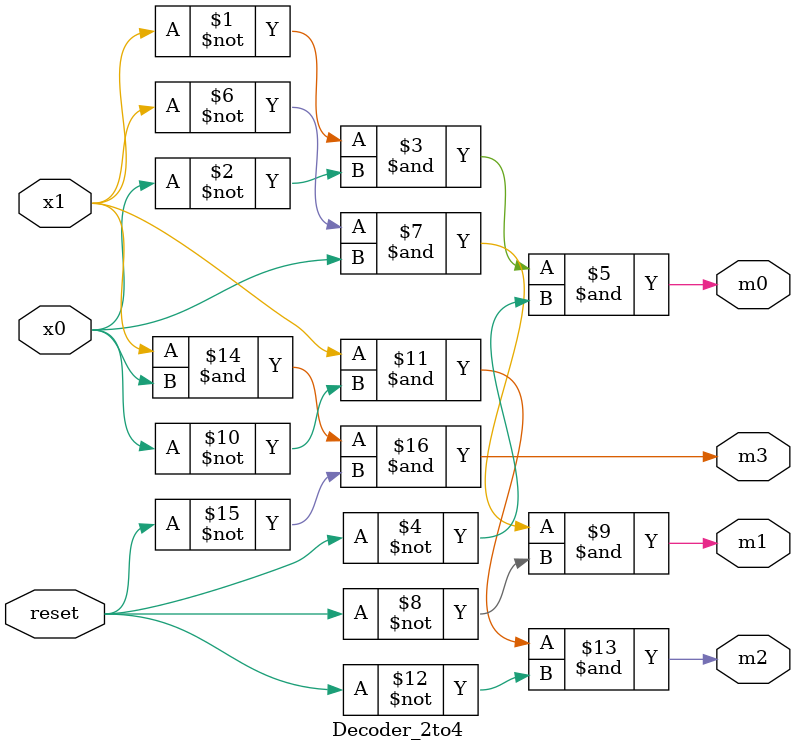
<source format=v>
`timescale 1ns / 1ps
module Decoder_2to4(
    input x1,x0,reset,
    output m0,m1,m2,m3
    );
assign m0=(~x1&~x0)&(~reset);
assign m1=(~x1&x0)&(~reset);
assign m2=(x1&~x0)&(~reset);
assign m3=(x1&x0)&(~reset);


endmodule

</source>
